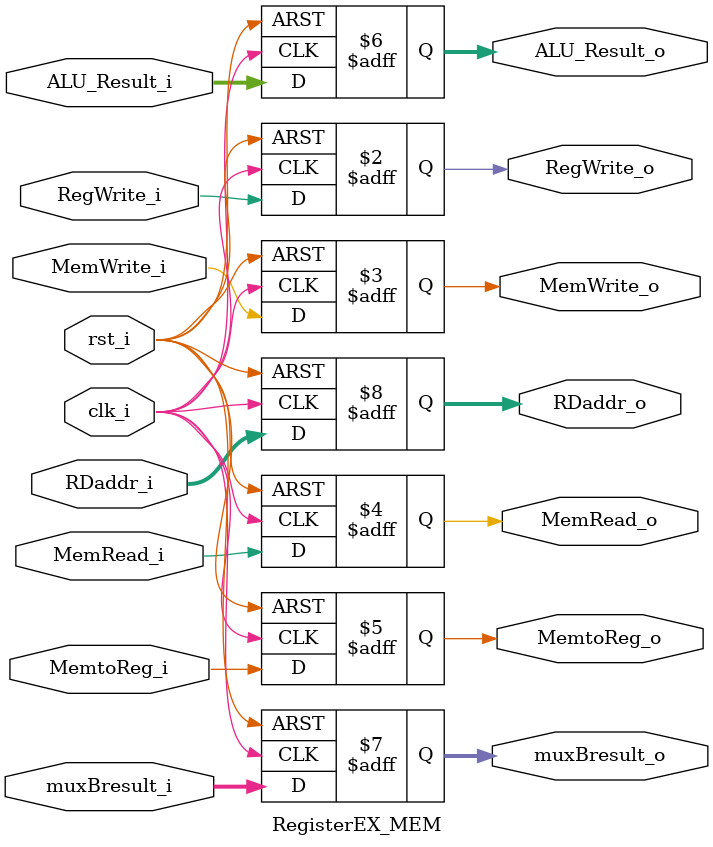
<source format=v>
module RegisterEX_MEM(    
	clk_i      ,
    rst_i,

    RegWrite_i ,
    MemWrite_i ,
    MemRead_i  ,
    MemtoReg_i  ,

    RegWrite_o ,
    MemWrite_o ,
    MemRead_o  ,
    MemtoReg_o  ,

    //Zero_i     ,
    ALU_Result_i ,
    muxBresult_i,
    RDaddr_i   ,
    
    //Zero_o     ,
    ALU_Result_o ,
    muxBresult_o,
    RDaddr_o   ,
);

input clk_i;
input rst_i;
input RegWrite_i, MemWrite_i, MemRead_i, MemtoReg_i;
output reg RegWrite_o, MemWrite_o, MemRead_o, MemtoReg_o;

//input                 Zero_i;
input       [31:0]    ALU_Result_i, muxBresult_i;
input       [4:0]     RDaddr_i;

//output reg            Zero_o;
output reg  [31:0]    ALU_Result_o, muxBresult_o;
output reg  [4:0]     RDaddr_o;


always @(posedge clk_i or posedge rst_i) begin
    if(rst_i) begin
         RegWrite_o  <= 1'b0;
     MemtoReg_o  <= 1'b0;
     MemRead_o  <= 1'b0;
     MemWrite_o  <= 1'b0;
     ALU_Result_o  <= 32'b0;
     muxBresult_o  <= 32'b0;
     RDaddr_o  <= 5'b0;
    end  
    else begin
        RegWrite_o <= RegWrite_i; 
        MemWrite_o <= MemWrite_i; 
        MemRead_o <= MemRead_i; 
        MemtoReg_o <= MemtoReg_i;
        //Zero_o <= Zero_i;
        ALU_Result_o <= ALU_Result_i;
        muxBresult_o <= muxBresult_i;
        RDaddr_o <= RDaddr_i;
    end
end

endmodule

</source>
